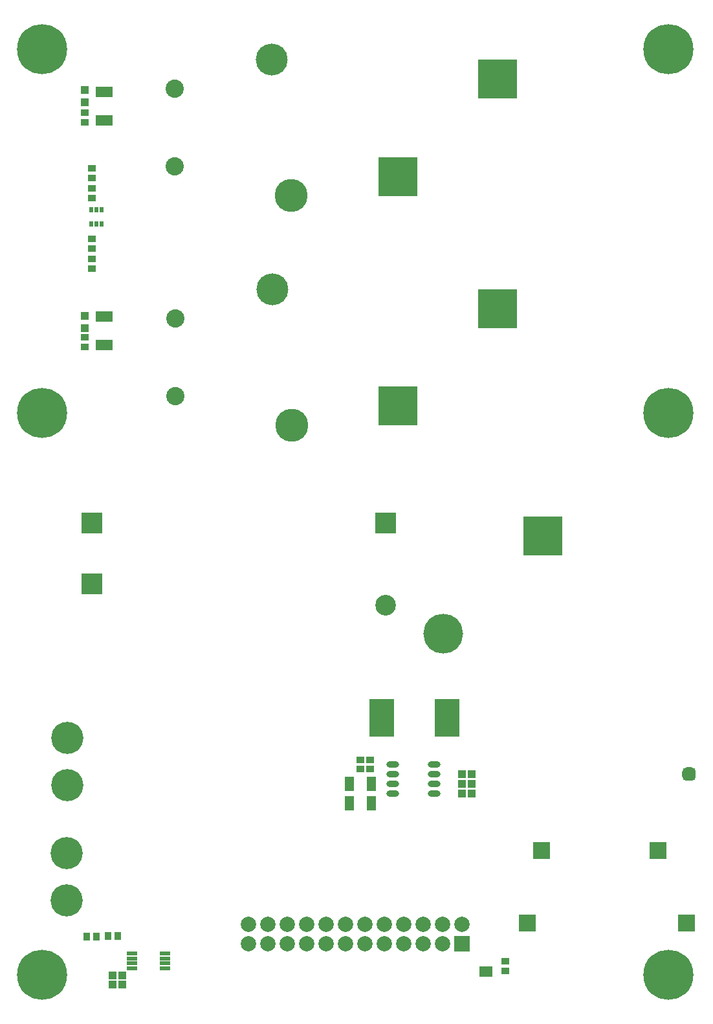
<source format=gts>
G04*
G04 #@! TF.GenerationSoftware,Altium Limited,Altium Designer,18.0.11 (651)*
G04*
G04 Layer_Color=8388736*
%FSLAX25Y25*%
%MOIN*%
G70*
G01*
G75*
%ADD31R,0.03950X0.04343*%
%ADD32O,0.06509X0.03162*%
%ADD33R,0.04147X0.03556*%
%ADD34R,0.04934X0.07493*%
%ADD35R,0.05715X0.01975*%
%ADD36R,0.08674X0.05721*%
%ADD37R,0.03950X0.03950*%
%ADD38R,0.04343X0.03950*%
%ADD39R,0.03556X0.04147*%
%ADD40R,0.03300X0.05800*%
%ADD41R,0.12611X0.19304*%
%ADD42R,0.01998X0.02951*%
%ADD43R,0.10642X0.10642*%
%ADD44C,0.10642*%
%ADD45C,0.09400*%
%ADD46C,0.16400*%
%ADD47C,0.17000*%
%ADD48R,0.20485X0.20485*%
%ADD49C,0.16548*%
%ADD50R,0.08674X0.08674*%
%ADD51C,0.20485*%
%ADD52C,0.25800*%
%ADD53R,0.07887X0.07887*%
%ADD54C,0.07887*%
G04:AMPARAMS|DCode=55|XSize=70mil|YSize=70mil|CornerRadius=22.6mil|HoleSize=0mil|Usage=FLASHONLY|Rotation=0.000|XOffset=0mil|YOffset=0mil|HoleType=Round|Shape=RoundedRectangle|*
%AMROUNDEDRECTD55*
21,1,0.07000,0.02480,0,0,0.0*
21,1,0.02480,0.07000,0,0,0.0*
1,1,0.04520,0.01240,-0.01240*
1,1,0.04520,-0.01240,-0.01240*
1,1,0.04520,-0.01240,0.01240*
1,1,0.04520,0.01240,0.01240*
%
%ADD55ROUNDEDRECTD55*%
D31*
X59992Y-134986D02*
D03*
X55071D02*
D03*
X59992Y-139986D02*
D03*
X55071Y-139986D02*
D03*
X59992Y-144986D02*
D03*
X55071D02*
D03*
D32*
X40760Y-144986D02*
D03*
X40760Y-139986D02*
D03*
Y-134986D02*
D03*
X40760Y-129986D02*
D03*
X19304Y-144986D02*
D03*
X19304Y-139986D02*
D03*
Y-134986D02*
D03*
X19304Y-129986D02*
D03*
D33*
X7532Y-132447D02*
D03*
X7532Y-127526D02*
D03*
X2532Y-127526D02*
D03*
X2532Y-132447D02*
D03*
X-135813Y172139D02*
D03*
Y177060D02*
D03*
X-135710Y130315D02*
D03*
Y125394D02*
D03*
X-135813Y161804D02*
D03*
Y166726D02*
D03*
X-135710Y140650D02*
D03*
Y135728D02*
D03*
X-139344Y200748D02*
D03*
Y205670D02*
D03*
X-139344Y85099D02*
D03*
Y90020D02*
D03*
X77345Y-231399D02*
D03*
Y-236321D02*
D03*
D34*
X8142Y-149986D02*
D03*
X-3078D02*
D03*
X-3078Y-139986D02*
D03*
X8142D02*
D03*
D35*
X-98201Y-234956D02*
D03*
Y-232397D02*
D03*
Y-229838D02*
D03*
Y-227279D02*
D03*
X-115130Y-234956D02*
D03*
Y-232397D02*
D03*
Y-229838D02*
D03*
Y-227279D02*
D03*
D36*
X-129501Y100847D02*
D03*
Y86083D02*
D03*
Y216496D02*
D03*
Y201732D02*
D03*
D37*
X-139344Y210961D02*
D03*
Y217261D02*
D03*
X-139344Y94744D02*
D03*
Y101044D02*
D03*
D38*
X-120150Y-238521D02*
D03*
Y-243442D02*
D03*
X-125075Y-238521D02*
D03*
Y-243442D02*
D03*
D39*
X-127266Y-218470D02*
D03*
X-122345D02*
D03*
X-133334Y-218510D02*
D03*
X-138255D02*
D03*
D40*
X68992Y-236761D02*
D03*
X65448D02*
D03*
D41*
X47202Y-105869D02*
D03*
X13737D02*
D03*
D42*
X-130879Y155646D02*
D03*
X-133438D02*
D03*
X-135997D02*
D03*
X-130879Y148410D02*
D03*
X-133438D02*
D03*
X-135997D02*
D03*
D43*
X15695Y-5532D02*
D03*
X-135880D02*
D03*
Y-37028D02*
D03*
D44*
X15695Y-47855D02*
D03*
D45*
X-92887Y59626D02*
D03*
Y99626D02*
D03*
X-93045Y177855D02*
D03*
Y217855D02*
D03*
D46*
X-42887Y114626D02*
D03*
X-43045Y232855D02*
D03*
D47*
X-32887Y44626D02*
D03*
X-33045Y162855D02*
D03*
D48*
X73255Y104784D02*
D03*
X22003Y54523D02*
D03*
X73255Y222894D02*
D03*
X22003Y172634D02*
D03*
X96474Y-12421D02*
D03*
D49*
X-148378Y-140618D02*
D03*
Y-116208D02*
D03*
X-148704Y-199904D02*
D03*
Y-175494D02*
D03*
D50*
X95957Y-174201D02*
D03*
X88477Y-211603D02*
D03*
X155799Y-174201D02*
D03*
X170760Y-211603D02*
D03*
D51*
X45222Y-62682D02*
D03*
D52*
X161417Y-238189D02*
D03*
X-161417D02*
D03*
X161417Y51181D02*
D03*
X-161417D02*
D03*
X161417Y238189D02*
D03*
X-161417D02*
D03*
D53*
X55000Y-222441D02*
D03*
D54*
X45000D02*
D03*
X35000D02*
D03*
X25000D02*
D03*
X15000D02*
D03*
X5000D02*
D03*
X-5000D02*
D03*
X-15000D02*
D03*
X-25000D02*
D03*
X-35000D02*
D03*
X-45000D02*
D03*
X-55000D02*
D03*
X55000Y-212441D02*
D03*
X45000D02*
D03*
X35000D02*
D03*
X25000D02*
D03*
X15000D02*
D03*
X5000D02*
D03*
X-5000D02*
D03*
X-15000D02*
D03*
X-25000D02*
D03*
X-35000D02*
D03*
X-45000D02*
D03*
X-55000D02*
D03*
D55*
X171962Y-135046D02*
D03*
M02*

</source>
